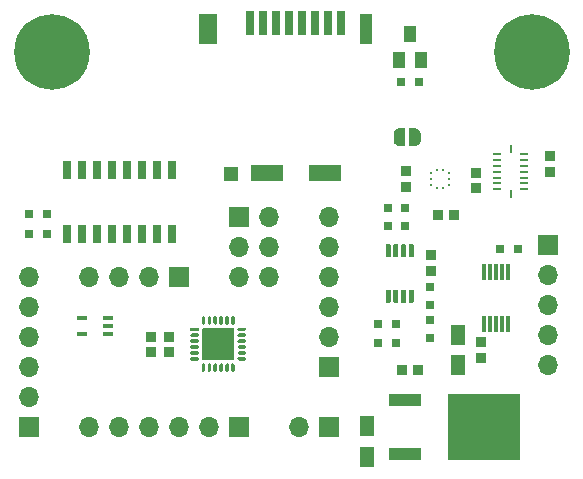
<source format=gbr>
%TF.GenerationSoftware,KiCad,Pcbnew,(5.1.12)-1*%
%TF.CreationDate,2022-08-18T02:06:40-04:00*%
%TF.ProjectId,MiniMicro,4d696e69-4d69-4637-926f-2e6b69636164,rev?*%
%TF.SameCoordinates,Original*%
%TF.FileFunction,Soldermask,Top*%
%TF.FilePolarity,Negative*%
%FSLAX46Y46*%
G04 Gerber Fmt 4.6, Leading zero omitted, Abs format (unit mm)*
G04 Created by KiCad (PCBNEW (5.1.12)-1) date 2022-08-18 02:06:40*
%MOMM*%
%LPD*%
G01*
G04 APERTURE LIST*
%ADD10C,6.400000*%
%ADD11R,1.200000X1.200000*%
%ADD12R,2.700000X1.400000*%
%ADD13R,1.500000X2.600000*%
%ADD14R,1.000000X2.600000*%
%ADD15R,0.700000X2.000000*%
%ADD16O,1.700000X1.700000*%
%ADD17R,1.700000X1.700000*%
%ADD18R,0.850000X0.350000*%
%ADD19R,0.650000X1.525000*%
%ADD20R,0.800000X0.650000*%
%ADD21R,0.650000X0.800000*%
%ADD22R,1.000000X1.400000*%
%ADD23C,0.100000*%
%ADD24R,6.150000X5.550000*%
%ADD25R,2.750000X1.000000*%
%ADD26R,0.300000X1.400000*%
%ADD27R,0.250000X0.675000*%
%ADD28R,0.675000X0.250000*%
%ADD29R,0.275000X0.250000*%
%ADD30R,0.250000X0.275000*%
%ADD31C,0.500000*%
%ADD32R,0.800000X0.800000*%
%ADD33R,1.250000X1.800000*%
%ADD34R,0.830000X0.940000*%
%ADD35R,0.940000X0.830000*%
G04 APERTURE END LIST*
D10*
%TO.C,REF\u002A\u002A*%
X202565000Y-85090000D03*
%TD*%
%TO.C,REF\u002A\u002A*%
X243205000Y-85090000D03*
%TD*%
D11*
%TO.C,J3*%
X217727000Y-95477000D03*
D12*
X220777000Y-95377000D03*
X225677000Y-95377000D03*
D13*
X215827000Y-83177000D03*
D14*
X229177000Y-83177000D03*
D15*
X227077000Y-82677000D03*
X225977000Y-82677000D03*
X224877000Y-82677000D03*
X223777000Y-82677000D03*
X222677000Y-82677000D03*
X221577000Y-82677000D03*
X220477000Y-82677000D03*
X219377000Y-82677000D03*
%TD*%
D16*
%TO.C,J7*%
X200660000Y-104140000D03*
X200660000Y-106680000D03*
X200660000Y-109220000D03*
X200660000Y-111760000D03*
X200660000Y-114300000D03*
D17*
X200660000Y-116840000D03*
%TD*%
D18*
%TO.C,IC6*%
X205125000Y-108981000D03*
X205125000Y-107681000D03*
X207325000Y-107681000D03*
X207325000Y-108331000D03*
X207325000Y-108981000D03*
%TD*%
D19*
%TO.C,IC4*%
X203835000Y-95078000D03*
X205105000Y-95078000D03*
X206375000Y-95078000D03*
X207645000Y-95078000D03*
X208915000Y-95078000D03*
X210185000Y-95078000D03*
X211455000Y-95078000D03*
X212725000Y-95078000D03*
X212725000Y-100502000D03*
X211455000Y-100502000D03*
X210185000Y-100502000D03*
X208915000Y-100502000D03*
X207645000Y-100502000D03*
X206375000Y-100502000D03*
X205105000Y-100502000D03*
X203835000Y-100502000D03*
%TD*%
D17*
%TO.C,J8*%
X213360000Y-104140000D03*
D16*
X210820000Y-104140000D03*
X208280000Y-104140000D03*
X205740000Y-104140000D03*
%TD*%
%TO.C,J6*%
X223520000Y-116840000D03*
D17*
X226060000Y-116840000D03*
%TD*%
D20*
%TO.C,R7*%
X230187500Y-108178000D03*
X230187500Y-109728000D03*
%TD*%
D21*
%TO.C,R9*%
X232130000Y-87693500D03*
X233680000Y-87693500D03*
%TD*%
%TO.C,R8*%
X242088000Y-101790500D03*
X240538000Y-101790500D03*
%TD*%
D20*
%TO.C,R6*%
X231711500Y-108178000D03*
X231711500Y-109728000D03*
%TD*%
%TO.C,R5*%
X234632500Y-105003000D03*
X234632500Y-106553000D03*
%TD*%
%TO.C,R4*%
X234632500Y-107797000D03*
X234632500Y-109347000D03*
%TD*%
%TO.C,R3*%
X231076500Y-99848000D03*
X231076500Y-98298000D03*
%TD*%
D21*
%TO.C,R2*%
X200634000Y-98869500D03*
X202184000Y-98869500D03*
%TD*%
D20*
%TO.C,R1*%
X232473500Y-99848000D03*
X232473500Y-98298000D03*
%TD*%
D22*
%TO.C,Q1*%
X232918000Y-83609000D03*
X233868000Y-85809000D03*
X231968000Y-85809000D03*
%TD*%
D23*
%TO.C,JP1*%
G36*
X232014000Y-93078398D02*
G01*
X231989466Y-93078398D01*
X231940635Y-93073588D01*
X231892510Y-93064016D01*
X231845555Y-93049772D01*
X231800222Y-93030995D01*
X231756949Y-93007864D01*
X231716150Y-92980604D01*
X231678221Y-92949476D01*
X231643524Y-92914779D01*
X231612396Y-92876850D01*
X231585136Y-92836051D01*
X231562005Y-92792778D01*
X231543228Y-92747445D01*
X231528984Y-92700490D01*
X231519412Y-92652365D01*
X231514602Y-92603534D01*
X231514602Y-92579000D01*
X231514000Y-92579000D01*
X231514000Y-92079000D01*
X231514602Y-92079000D01*
X231514602Y-92054466D01*
X231519412Y-92005635D01*
X231528984Y-91957510D01*
X231543228Y-91910555D01*
X231562005Y-91865222D01*
X231585136Y-91821949D01*
X231612396Y-91781150D01*
X231643524Y-91743221D01*
X231678221Y-91708524D01*
X231716150Y-91677396D01*
X231756949Y-91650136D01*
X231800222Y-91627005D01*
X231845555Y-91608228D01*
X231892510Y-91593984D01*
X231940635Y-91584412D01*
X231989466Y-91579602D01*
X232014000Y-91579602D01*
X232014000Y-91579000D01*
X232514000Y-91579000D01*
X232514000Y-93079000D01*
X232014000Y-93079000D01*
X232014000Y-93078398D01*
G37*
G36*
X232814000Y-91579000D02*
G01*
X233314000Y-91579000D01*
X233314000Y-91579602D01*
X233338534Y-91579602D01*
X233387365Y-91584412D01*
X233435490Y-91593984D01*
X233482445Y-91608228D01*
X233527778Y-91627005D01*
X233571051Y-91650136D01*
X233611850Y-91677396D01*
X233649779Y-91708524D01*
X233684476Y-91743221D01*
X233715604Y-91781150D01*
X233742864Y-91821949D01*
X233765995Y-91865222D01*
X233784772Y-91910555D01*
X233799016Y-91957510D01*
X233808588Y-92005635D01*
X233813398Y-92054466D01*
X233813398Y-92079000D01*
X233814000Y-92079000D01*
X233814000Y-92579000D01*
X233813398Y-92579000D01*
X233813398Y-92603534D01*
X233808588Y-92652365D01*
X233799016Y-92700490D01*
X233784772Y-92747445D01*
X233765995Y-92792778D01*
X233742864Y-92836051D01*
X233715604Y-92876850D01*
X233684476Y-92914779D01*
X233649779Y-92949476D01*
X233611850Y-92980604D01*
X233571051Y-93007864D01*
X233527778Y-93030995D01*
X233482445Y-93049772D01*
X233435490Y-93064016D01*
X233387365Y-93073588D01*
X233338534Y-93078398D01*
X233314000Y-93078398D01*
X233314000Y-93079000D01*
X232814000Y-93079000D01*
X232814000Y-91579000D01*
G37*
%TD*%
D16*
%TO.C,J5*%
X205740000Y-116840000D03*
X208280000Y-116840000D03*
X210820000Y-116840000D03*
X213360000Y-116840000D03*
X215900000Y-116840000D03*
D17*
X218440000Y-116840000D03*
%TD*%
D16*
%TO.C,J4*%
X226060000Y-99060000D03*
X226060000Y-101600000D03*
X226060000Y-104140000D03*
X226060000Y-106680000D03*
X226060000Y-109220000D03*
D17*
X226060000Y-111760000D03*
%TD*%
D16*
%TO.C,J2*%
X244602000Y-111633000D03*
X244602000Y-109093000D03*
X244602000Y-106553000D03*
X244602000Y-104013000D03*
D17*
X244602000Y-101473000D03*
%TD*%
D16*
%TO.C,J1*%
X220980000Y-104140000D03*
X218440000Y-104140000D03*
X220980000Y-101600000D03*
X218440000Y-101600000D03*
X220980000Y-99060000D03*
D17*
X218440000Y-99060000D03*
%TD*%
D24*
%TO.C,IC8*%
X239165000Y-116840000D03*
D25*
X232465000Y-119130000D03*
X232465000Y-114550000D03*
%TD*%
D26*
%TO.C,IC7*%
X239157000Y-103718000D03*
X239657000Y-103718000D03*
X240157000Y-103718000D03*
X240657000Y-103718000D03*
X241157000Y-103718000D03*
X241157000Y-108118000D03*
X240657000Y-108118000D03*
X240157000Y-108118000D03*
X239657000Y-108118000D03*
X239157000Y-108118000D03*
%TD*%
%TO.C,IC5*%
G36*
G01*
X232804000Y-106316600D02*
X232804000Y-105305400D01*
G75*
G02*
X232848400Y-105261000I44400J0D01*
G01*
X233159600Y-105261000D01*
G75*
G02*
X233204000Y-105305400I0J-44400D01*
G01*
X233204000Y-106316600D01*
G75*
G02*
X233159600Y-106361000I-44400J0D01*
G01*
X232848400Y-106361000D01*
G75*
G02*
X232804000Y-106316600I0J44400D01*
G01*
G37*
G36*
G01*
X232154000Y-106316600D02*
X232154000Y-105305400D01*
G75*
G02*
X232198400Y-105261000I44400J0D01*
G01*
X232509600Y-105261000D01*
G75*
G02*
X232554000Y-105305400I0J-44400D01*
G01*
X232554000Y-106316600D01*
G75*
G02*
X232509600Y-106361000I-44400J0D01*
G01*
X232198400Y-106361000D01*
G75*
G02*
X232154000Y-106316600I0J44400D01*
G01*
G37*
G36*
G01*
X231504000Y-106316600D02*
X231504000Y-105305400D01*
G75*
G02*
X231548400Y-105261000I44400J0D01*
G01*
X231859600Y-105261000D01*
G75*
G02*
X231904000Y-105305400I0J-44400D01*
G01*
X231904000Y-106316600D01*
G75*
G02*
X231859600Y-106361000I-44400J0D01*
G01*
X231548400Y-106361000D01*
G75*
G02*
X231504000Y-106316600I0J44400D01*
G01*
G37*
G36*
G01*
X230854000Y-106316600D02*
X230854000Y-105305400D01*
G75*
G02*
X230898400Y-105261000I44400J0D01*
G01*
X231209600Y-105261000D01*
G75*
G02*
X231254000Y-105305400I0J-44400D01*
G01*
X231254000Y-106316600D01*
G75*
G02*
X231209600Y-106361000I-44400J0D01*
G01*
X230898400Y-106361000D01*
G75*
G02*
X230854000Y-106316600I0J44400D01*
G01*
G37*
G36*
G01*
X230854000Y-102466600D02*
X230854000Y-101455400D01*
G75*
G02*
X230898400Y-101411000I44400J0D01*
G01*
X231209600Y-101411000D01*
G75*
G02*
X231254000Y-101455400I0J-44400D01*
G01*
X231254000Y-102466600D01*
G75*
G02*
X231209600Y-102511000I-44400J0D01*
G01*
X230898400Y-102511000D01*
G75*
G02*
X230854000Y-102466600I0J44400D01*
G01*
G37*
G36*
G01*
X231504000Y-102466600D02*
X231504000Y-101455400D01*
G75*
G02*
X231548400Y-101411000I44400J0D01*
G01*
X231859600Y-101411000D01*
G75*
G02*
X231904000Y-101455400I0J-44400D01*
G01*
X231904000Y-102466600D01*
G75*
G02*
X231859600Y-102511000I-44400J0D01*
G01*
X231548400Y-102511000D01*
G75*
G02*
X231504000Y-102466600I0J44400D01*
G01*
G37*
G36*
G01*
X232154000Y-102466600D02*
X232154000Y-101455400D01*
G75*
G02*
X232198400Y-101411000I44400J0D01*
G01*
X232509600Y-101411000D01*
G75*
G02*
X232554000Y-101455400I0J-44400D01*
G01*
X232554000Y-102466600D01*
G75*
G02*
X232509600Y-102511000I-44400J0D01*
G01*
X232198400Y-102511000D01*
G75*
G02*
X232154000Y-102466600I0J44400D01*
G01*
G37*
G36*
G01*
X232804000Y-102466600D02*
X232804000Y-101455400D01*
G75*
G02*
X232848400Y-101411000I44400J0D01*
G01*
X233159600Y-101411000D01*
G75*
G02*
X233204000Y-101455400I0J-44400D01*
G01*
X233204000Y-102466600D01*
G75*
G02*
X233159600Y-102511000I-44400J0D01*
G01*
X232848400Y-102511000D01*
G75*
G02*
X232804000Y-102466600I0J44400D01*
G01*
G37*
%TD*%
D27*
%TO.C,IC3*%
X241427000Y-93335000D03*
D28*
X240262000Y-93750000D03*
X240262000Y-94250000D03*
X240262000Y-94750000D03*
X240262000Y-95250000D03*
X240262000Y-95750000D03*
X240262000Y-96250000D03*
X240262000Y-96750000D03*
D27*
X241427000Y-97165000D03*
D28*
X242592000Y-96750000D03*
X242592000Y-96250000D03*
X242592000Y-95750000D03*
X242592000Y-95250000D03*
X242592000Y-94750000D03*
X242592000Y-94250000D03*
X242592000Y-93750000D03*
%TD*%
D29*
%TO.C,IC2*%
X234696000Y-96385000D03*
X234696000Y-95885000D03*
X234696000Y-95385000D03*
D30*
X235208000Y-95122000D03*
X235708000Y-95122000D03*
D29*
X236220000Y-95385000D03*
X236220000Y-95885000D03*
X236220000Y-96385000D03*
D30*
X235708000Y-96648000D03*
X235208000Y-96648000D03*
%TD*%
D31*
%TO.C,IC1*%
X215662000Y-110855000D03*
X216662000Y-110855000D03*
X217662000Y-110855000D03*
X217662000Y-109855000D03*
X217662000Y-108855000D03*
X216662000Y-108855000D03*
X215662000Y-108855000D03*
X215662000Y-109855000D03*
G36*
G01*
X215032000Y-108755000D02*
X214292000Y-108755000D01*
G75*
G02*
X214262000Y-108725000I0J30000D01*
G01*
X214262000Y-108485000D01*
G75*
G02*
X214292000Y-108455000I30000J0D01*
G01*
X215032000Y-108455000D01*
G75*
G02*
X215062000Y-108485000I0J-30000D01*
G01*
X215062000Y-108725000D01*
G75*
G02*
X215032000Y-108755000I-30000J0D01*
G01*
G37*
G36*
G01*
X214912000Y-109255000D02*
X214412000Y-109255000D01*
G75*
G02*
X214262000Y-109105000I0J150000D01*
G01*
X214262000Y-109105000D01*
G75*
G02*
X214412000Y-108955000I150000J0D01*
G01*
X214912000Y-108955000D01*
G75*
G02*
X215062000Y-109105000I0J-150000D01*
G01*
X215062000Y-109105000D01*
G75*
G02*
X214912000Y-109255000I-150000J0D01*
G01*
G37*
G36*
G01*
X214912000Y-109755000D02*
X214412000Y-109755000D01*
G75*
G02*
X214262000Y-109605000I0J150000D01*
G01*
X214262000Y-109605000D01*
G75*
G02*
X214412000Y-109455000I150000J0D01*
G01*
X214912000Y-109455000D01*
G75*
G02*
X215062000Y-109605000I0J-150000D01*
G01*
X215062000Y-109605000D01*
G75*
G02*
X214912000Y-109755000I-150000J0D01*
G01*
G37*
G36*
G01*
X214912000Y-110255000D02*
X214412000Y-110255000D01*
G75*
G02*
X214262000Y-110105000I0J150000D01*
G01*
X214262000Y-110105000D01*
G75*
G02*
X214412000Y-109955000I150000J0D01*
G01*
X214912000Y-109955000D01*
G75*
G02*
X215062000Y-110105000I0J-150000D01*
G01*
X215062000Y-110105000D01*
G75*
G02*
X214912000Y-110255000I-150000J0D01*
G01*
G37*
G36*
G01*
X214912000Y-110755000D02*
X214412000Y-110755000D01*
G75*
G02*
X214262000Y-110605000I0J150000D01*
G01*
X214262000Y-110605000D01*
G75*
G02*
X214412000Y-110455000I150000J0D01*
G01*
X214912000Y-110455000D01*
G75*
G02*
X215062000Y-110605000I0J-150000D01*
G01*
X215062000Y-110605000D01*
G75*
G02*
X214912000Y-110755000I-150000J0D01*
G01*
G37*
G36*
G01*
X214912000Y-111255000D02*
X214412000Y-111255000D01*
G75*
G02*
X214262000Y-111105000I0J150000D01*
G01*
X214262000Y-111105000D01*
G75*
G02*
X214412000Y-110955000I150000J0D01*
G01*
X214912000Y-110955000D01*
G75*
G02*
X215062000Y-111105000I0J-150000D01*
G01*
X215062000Y-111105000D01*
G75*
G02*
X214912000Y-111255000I-150000J0D01*
G01*
G37*
G36*
G01*
X215262000Y-112105000D02*
X215262000Y-111605000D01*
G75*
G02*
X215412000Y-111455000I150000J0D01*
G01*
X215412000Y-111455000D01*
G75*
G02*
X215562000Y-111605000I0J-150000D01*
G01*
X215562000Y-112105000D01*
G75*
G02*
X215412000Y-112255000I-150000J0D01*
G01*
X215412000Y-112255000D01*
G75*
G02*
X215262000Y-112105000I0J150000D01*
G01*
G37*
G36*
G01*
X215762000Y-112105000D02*
X215762000Y-111605000D01*
G75*
G02*
X215912000Y-111455000I150000J0D01*
G01*
X215912000Y-111455000D01*
G75*
G02*
X216062000Y-111605000I0J-150000D01*
G01*
X216062000Y-112105000D01*
G75*
G02*
X215912000Y-112255000I-150000J0D01*
G01*
X215912000Y-112255000D01*
G75*
G02*
X215762000Y-112105000I0J150000D01*
G01*
G37*
G36*
G01*
X216262000Y-112105000D02*
X216262000Y-111605000D01*
G75*
G02*
X216412000Y-111455000I150000J0D01*
G01*
X216412000Y-111455000D01*
G75*
G02*
X216562000Y-111605000I0J-150000D01*
G01*
X216562000Y-112105000D01*
G75*
G02*
X216412000Y-112255000I-150000J0D01*
G01*
X216412000Y-112255000D01*
G75*
G02*
X216262000Y-112105000I0J150000D01*
G01*
G37*
G36*
G01*
X216762000Y-112105000D02*
X216762000Y-111605000D01*
G75*
G02*
X216912000Y-111455000I150000J0D01*
G01*
X216912000Y-111455000D01*
G75*
G02*
X217062000Y-111605000I0J-150000D01*
G01*
X217062000Y-112105000D01*
G75*
G02*
X216912000Y-112255000I-150000J0D01*
G01*
X216912000Y-112255000D01*
G75*
G02*
X216762000Y-112105000I0J150000D01*
G01*
G37*
G36*
G01*
X217262000Y-112105000D02*
X217262000Y-111605000D01*
G75*
G02*
X217412000Y-111455000I150000J0D01*
G01*
X217412000Y-111455000D01*
G75*
G02*
X217562000Y-111605000I0J-150000D01*
G01*
X217562000Y-112105000D01*
G75*
G02*
X217412000Y-112255000I-150000J0D01*
G01*
X217412000Y-112255000D01*
G75*
G02*
X217262000Y-112105000I0J150000D01*
G01*
G37*
G36*
G01*
X217762000Y-112105000D02*
X217762000Y-111605000D01*
G75*
G02*
X217912000Y-111455000I150000J0D01*
G01*
X217912000Y-111455000D01*
G75*
G02*
X218062000Y-111605000I0J-150000D01*
G01*
X218062000Y-112105000D01*
G75*
G02*
X217912000Y-112255000I-150000J0D01*
G01*
X217912000Y-112255000D01*
G75*
G02*
X217762000Y-112105000I0J150000D01*
G01*
G37*
G36*
G01*
X218912000Y-111255000D02*
X218412000Y-111255000D01*
G75*
G02*
X218262000Y-111105000I0J150000D01*
G01*
X218262000Y-111105000D01*
G75*
G02*
X218412000Y-110955000I150000J0D01*
G01*
X218912000Y-110955000D01*
G75*
G02*
X219062000Y-111105000I0J-150000D01*
G01*
X219062000Y-111105000D01*
G75*
G02*
X218912000Y-111255000I-150000J0D01*
G01*
G37*
G36*
G01*
X218912000Y-110755000D02*
X218412000Y-110755000D01*
G75*
G02*
X218262000Y-110605000I0J150000D01*
G01*
X218262000Y-110605000D01*
G75*
G02*
X218412000Y-110455000I150000J0D01*
G01*
X218912000Y-110455000D01*
G75*
G02*
X219062000Y-110605000I0J-150000D01*
G01*
X219062000Y-110605000D01*
G75*
G02*
X218912000Y-110755000I-150000J0D01*
G01*
G37*
G36*
G01*
X218912000Y-110255000D02*
X218412000Y-110255000D01*
G75*
G02*
X218262000Y-110105000I0J150000D01*
G01*
X218262000Y-110105000D01*
G75*
G02*
X218412000Y-109955000I150000J0D01*
G01*
X218912000Y-109955000D01*
G75*
G02*
X219062000Y-110105000I0J-150000D01*
G01*
X219062000Y-110105000D01*
G75*
G02*
X218912000Y-110255000I-150000J0D01*
G01*
G37*
G36*
G01*
X218912000Y-109755000D02*
X218412000Y-109755000D01*
G75*
G02*
X218262000Y-109605000I0J150000D01*
G01*
X218262000Y-109605000D01*
G75*
G02*
X218412000Y-109455000I150000J0D01*
G01*
X218912000Y-109455000D01*
G75*
G02*
X219062000Y-109605000I0J-150000D01*
G01*
X219062000Y-109605000D01*
G75*
G02*
X218912000Y-109755000I-150000J0D01*
G01*
G37*
G36*
G01*
X218912000Y-109255000D02*
X218412000Y-109255000D01*
G75*
G02*
X218262000Y-109105000I0J150000D01*
G01*
X218262000Y-109105000D01*
G75*
G02*
X218412000Y-108955000I150000J0D01*
G01*
X218912000Y-108955000D01*
G75*
G02*
X219062000Y-109105000I0J-150000D01*
G01*
X219062000Y-109105000D01*
G75*
G02*
X218912000Y-109255000I-150000J0D01*
G01*
G37*
G36*
G01*
X218912000Y-108755000D02*
X218412000Y-108755000D01*
G75*
G02*
X218262000Y-108605000I0J150000D01*
G01*
X218262000Y-108605000D01*
G75*
G02*
X218412000Y-108455000I150000J0D01*
G01*
X218912000Y-108455000D01*
G75*
G02*
X219062000Y-108605000I0J-150000D01*
G01*
X219062000Y-108605000D01*
G75*
G02*
X218912000Y-108755000I-150000J0D01*
G01*
G37*
G36*
G01*
X217762000Y-108105000D02*
X217762000Y-107605000D01*
G75*
G02*
X217912000Y-107455000I150000J0D01*
G01*
X217912000Y-107455000D01*
G75*
G02*
X218062000Y-107605000I0J-150000D01*
G01*
X218062000Y-108105000D01*
G75*
G02*
X217912000Y-108255000I-150000J0D01*
G01*
X217912000Y-108255000D01*
G75*
G02*
X217762000Y-108105000I0J150000D01*
G01*
G37*
G36*
G01*
X217262000Y-108105000D02*
X217262000Y-107605000D01*
G75*
G02*
X217412000Y-107455000I150000J0D01*
G01*
X217412000Y-107455000D01*
G75*
G02*
X217562000Y-107605000I0J-150000D01*
G01*
X217562000Y-108105000D01*
G75*
G02*
X217412000Y-108255000I-150000J0D01*
G01*
X217412000Y-108255000D01*
G75*
G02*
X217262000Y-108105000I0J150000D01*
G01*
G37*
G36*
G01*
X216762000Y-108105000D02*
X216762000Y-107605000D01*
G75*
G02*
X216912000Y-107455000I150000J0D01*
G01*
X216912000Y-107455000D01*
G75*
G02*
X217062000Y-107605000I0J-150000D01*
G01*
X217062000Y-108105000D01*
G75*
G02*
X216912000Y-108255000I-150000J0D01*
G01*
X216912000Y-108255000D01*
G75*
G02*
X216762000Y-108105000I0J150000D01*
G01*
G37*
G36*
G01*
X216262000Y-108105000D02*
X216262000Y-107605000D01*
G75*
G02*
X216412000Y-107455000I150000J0D01*
G01*
X216412000Y-107455000D01*
G75*
G02*
X216562000Y-107605000I0J-150000D01*
G01*
X216562000Y-108105000D01*
G75*
G02*
X216412000Y-108255000I-150000J0D01*
G01*
X216412000Y-108255000D01*
G75*
G02*
X216262000Y-108105000I0J150000D01*
G01*
G37*
G36*
G01*
X215762000Y-108105000D02*
X215762000Y-107605000D01*
G75*
G02*
X215912000Y-107455000I150000J0D01*
G01*
X215912000Y-107455000D01*
G75*
G02*
X216062000Y-107605000I0J-150000D01*
G01*
X216062000Y-108105000D01*
G75*
G02*
X215912000Y-108255000I-150000J0D01*
G01*
X215912000Y-108255000D01*
G75*
G02*
X215762000Y-108105000I0J150000D01*
G01*
G37*
G36*
G01*
X215262000Y-108105000D02*
X215262000Y-107605000D01*
G75*
G02*
X215412000Y-107455000I150000J0D01*
G01*
X215412000Y-107455000D01*
G75*
G02*
X215562000Y-107605000I0J-150000D01*
G01*
X215562000Y-108105000D01*
G75*
G02*
X215412000Y-108255000I-150000J0D01*
G01*
X215412000Y-108255000D01*
G75*
G02*
X215262000Y-108105000I0J150000D01*
G01*
G37*
G36*
G01*
X215287000Y-111120000D02*
X215287000Y-108590000D01*
G75*
G02*
X215397000Y-108480000I110000J0D01*
G01*
X217927000Y-108480000D01*
G75*
G02*
X218037000Y-108590000I0J-110000D01*
G01*
X218037000Y-111120000D01*
G75*
G02*
X217927000Y-111230000I-110000J0D01*
G01*
X215397000Y-111230000D01*
G75*
G02*
X215287000Y-111120000I0J110000D01*
G01*
G37*
X216662000Y-109855000D03*
%TD*%
D32*
%TO.C,D1*%
X202166000Y-100497000D03*
X200662000Y-100497000D03*
%TD*%
D33*
%TO.C,C11*%
X229235000Y-116810000D03*
X229235000Y-119410000D03*
%TD*%
D34*
%TO.C,C10*%
X232258000Y-112014000D03*
X233578000Y-112014000D03*
%TD*%
D33*
%TO.C,C9*%
X236982000Y-111663000D03*
X236982000Y-109063000D03*
%TD*%
D35*
%TO.C,C8*%
X238887000Y-109703000D03*
X238887000Y-111023000D03*
%TD*%
%TO.C,C7*%
X212471000Y-109220000D03*
X212471000Y-110540000D03*
%TD*%
%TO.C,C6*%
X238506000Y-95352000D03*
X238506000Y-96672000D03*
%TD*%
%TO.C,C5*%
X234696000Y-102312000D03*
X234696000Y-103632000D03*
%TD*%
%TO.C,C4*%
X244729000Y-95275000D03*
X244729000Y-93955000D03*
%TD*%
%TO.C,C3*%
X232537000Y-96545000D03*
X232537000Y-95225000D03*
%TD*%
D34*
%TO.C,C2*%
X236626000Y-98933000D03*
X235306000Y-98933000D03*
%TD*%
D35*
%TO.C,C1*%
X210947000Y-110540000D03*
X210947000Y-109220000D03*
%TD*%
M02*

</source>
